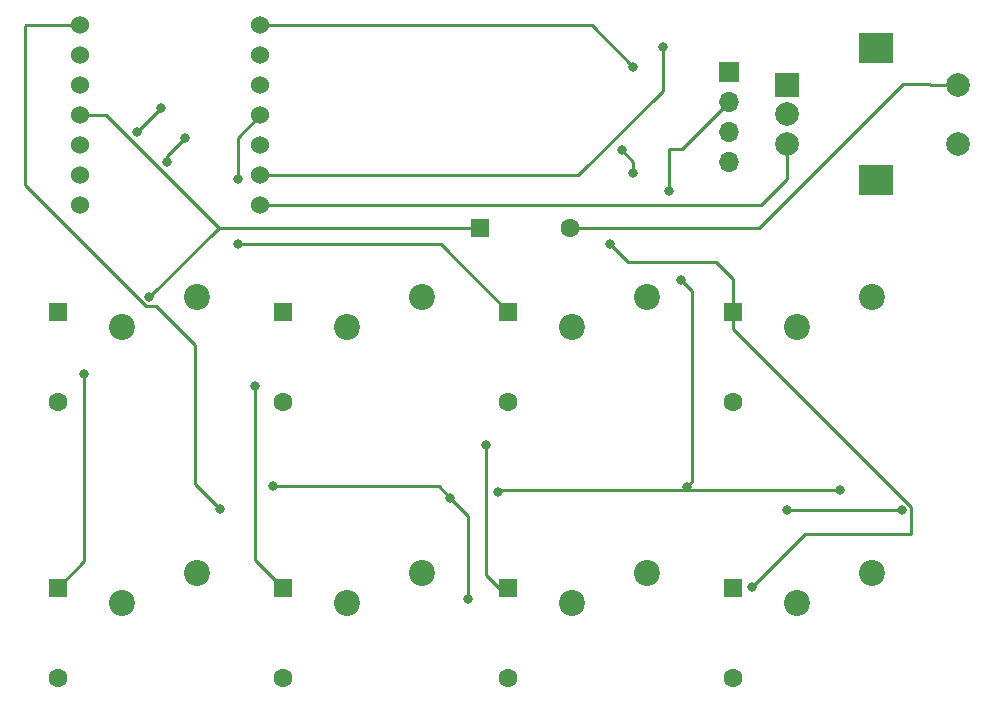
<source format=gbr>
%TF.GenerationSoftware,KiCad,Pcbnew,9.0.6*%
%TF.CreationDate,2025-12-17T11:58:43+01:00*%
%TF.ProjectId,HackPad,4861636b-5061-4642-9e6b-696361645f70,rev?*%
%TF.SameCoordinates,Original*%
%TF.FileFunction,Copper,L2,Bot*%
%TF.FilePolarity,Positive*%
%FSLAX46Y46*%
G04 Gerber Fmt 4.6, Leading zero omitted, Abs format (unit mm)*
G04 Created by KiCad (PCBNEW 9.0.6) date 2025-12-17 11:58:43*
%MOMM*%
%LPD*%
G01*
G04 APERTURE LIST*
G04 Aperture macros list*
%AMRoundRect*
0 Rectangle with rounded corners*
0 $1 Rounding radius*
0 $2 $3 $4 $5 $6 $7 $8 $9 X,Y pos of 4 corners*
0 Add a 4 corners polygon primitive as box body*
4,1,4,$2,$3,$4,$5,$6,$7,$8,$9,$2,$3,0*
0 Add four circle primitives for the rounded corners*
1,1,$1+$1,$2,$3*
1,1,$1+$1,$4,$5*
1,1,$1+$1,$6,$7*
1,1,$1+$1,$8,$9*
0 Add four rect primitives between the rounded corners*
20,1,$1+$1,$2,$3,$4,$5,0*
20,1,$1+$1,$4,$5,$6,$7,0*
20,1,$1+$1,$6,$7,$8,$9,0*
20,1,$1+$1,$8,$9,$2,$3,0*%
G04 Aperture macros list end*
%TA.AperFunction,ComponentPad*%
%ADD10C,2.200000*%
%TD*%
%TA.AperFunction,ComponentPad*%
%ADD11R,1.700000X1.700000*%
%TD*%
%TA.AperFunction,ComponentPad*%
%ADD12O,1.700000X1.700000*%
%TD*%
%TA.AperFunction,ComponentPad*%
%ADD13R,2.000000X2.000000*%
%TD*%
%TA.AperFunction,ComponentPad*%
%ADD14C,2.000000*%
%TD*%
%TA.AperFunction,ComponentPad*%
%ADD15R,3.000000X2.500000*%
%TD*%
%TA.AperFunction,ComponentPad*%
%ADD16C,1.524000*%
%TD*%
%TA.AperFunction,ComponentPad*%
%ADD17RoundRect,0.250000X-0.550000X0.550000X-0.550000X-0.550000X0.550000X-0.550000X0.550000X0.550000X0*%
%TD*%
%TA.AperFunction,ComponentPad*%
%ADD18C,1.600000*%
%TD*%
%TA.AperFunction,ComponentPad*%
%ADD19RoundRect,0.250000X-0.550000X-0.550000X0.550000X-0.550000X0.550000X0.550000X-0.550000X0.550000X0*%
%TD*%
%TA.AperFunction,ViaPad*%
%ADD20C,0.800000*%
%TD*%
%TA.AperFunction,Conductor*%
%ADD21C,0.250000*%
%TD*%
G04 APERTURE END LIST*
D10*
%TO.P,SW A3,1,1*%
%TO.N,SW A*%
X154622500Y-93936250D03*
%TO.P,SW A3,2,2*%
%TO.N,Net-(D11-A)*%
X148272500Y-96476250D03*
%TD*%
%TO.P,SW A2,1,1*%
%TO.N,SW A*%
X135572500Y-93936250D03*
%TO.P,SW A2,2,2*%
%TO.N,Net-(D10-A)*%
X129222500Y-96476250D03*
%TD*%
%TO.P,SW B1,1,1*%
%TO.N,SW B*%
X116522500Y-117316250D03*
%TO.P,SW B1,2,2*%
%TO.N,Net-(D13-A)*%
X110172500Y-119856250D03*
%TD*%
%TO.P,SW B2,1,1*%
%TO.N,SW B*%
X135572500Y-117316250D03*
%TO.P,SW B2,2,2*%
%TO.N,Net-(D14-A)*%
X129222500Y-119856250D03*
%TD*%
D11*
%TO.P,U2,1,GND*%
%TO.N,GND*%
X161615000Y-74886250D03*
D12*
%TO.P,U2,2,VCC*%
%TO.N,+5V*%
X161615000Y-77426250D03*
%TO.P,U2,3,SCL*%
%TO.N,SDA*%
X161615000Y-79966250D03*
%TO.P,U2,4,SDA*%
%TO.N,SCL*%
X161615000Y-82506250D03*
%TD*%
D13*
%TO.P,SW9,A,A*%
%TO.N,DIAL A*%
X166500000Y-76000000D03*
D14*
%TO.P,SW9,B,B*%
%TO.N,DIAL B*%
X166500000Y-81000000D03*
%TO.P,SW9,C,C*%
%TO.N,GND*%
X166500000Y-78500000D03*
D15*
%TO.P,SW9,MP*%
%TO.N,N/C*%
X174000000Y-72900000D03*
X174000000Y-84100000D03*
D14*
%TO.P,SW9,S1,S1*%
%TO.N,DIAL S1*%
X181000000Y-76000000D03*
%TO.P,SW9,S2,S2*%
%TO.N,GND*%
X181000000Y-81000000D03*
%TD*%
D10*
%TO.P,SW A1,1,1*%
%TO.N,SW A*%
X116522500Y-93936250D03*
%TO.P,SW A1,2,2*%
%TO.N,Net-(D9-A)*%
X110172500Y-96476250D03*
%TD*%
D16*
%TO.P,U1,1,GPIO26/ADC0/A0*%
%TO.N,LEDs*%
X106680000Y-70961250D03*
%TO.P,U1,2,GPIO27/ADC1/A1*%
%TO.N,SW A*%
X106680000Y-73501250D03*
%TO.P,U1,3,GPIO28/ADC2/A2*%
%TO.N,SW B*%
X106680000Y-76041250D03*
%TO.P,U1,4,GPIO29/ADC3/A3*%
%TO.N,SW 1*%
X106680000Y-78581250D03*
%TO.P,U1,5,GPIO6/SDA*%
%TO.N,SDA*%
X106680000Y-81121250D03*
%TO.P,U1,6,GPIO7/SCL*%
%TO.N,SCL*%
X106680000Y-83661250D03*
%TO.P,U1,7,GPIO0/TX*%
%TO.N,SW 2*%
X106680000Y-86201250D03*
%TO.P,U1,8,GPIO1/RX*%
%TO.N,DIAL B*%
X121920000Y-86201250D03*
%TO.P,U1,9,GPIO2/SCK*%
%TO.N,DIAL A*%
X121920000Y-83661250D03*
%TO.P,U1,10,GPIO4/MISO*%
%TO.N,SW 4*%
X121920000Y-81121250D03*
%TO.P,U1,11,GPIO3/MOSI*%
%TO.N,SW 3*%
X121920000Y-78581250D03*
%TO.P,U1,12,3V3*%
%TO.N,unconnected-(U1-3V3-Pad12)*%
X121920000Y-76041250D03*
%TO.P,U1,13,GND*%
%TO.N,GND*%
X121920000Y-73501250D03*
%TO.P,U1,14,VBUS*%
%TO.N,+5V*%
X121920000Y-70961250D03*
%TD*%
D10*
%TO.P,SW A4,1,1*%
%TO.N,SW A*%
X173672500Y-93936250D03*
%TO.P,SW A4,2,2*%
%TO.N,Net-(D12-A)*%
X167322500Y-96476250D03*
%TD*%
%TO.P,SW B3,1,1*%
%TO.N,SW B*%
X154622500Y-117316250D03*
%TO.P,SW B3,2,2*%
%TO.N,Net-(D15-A)*%
X148272500Y-119856250D03*
%TD*%
%TO.P,SW B4,1,1*%
%TO.N,SW B*%
X173672500Y-117316250D03*
%TO.P,SW B4,2,2*%
%TO.N,Net-(D16-A)*%
X167322500Y-119856250D03*
%TD*%
D17*
%TO.P,D15,1,K*%
%TO.N,SW 3*%
X142875000Y-118586250D03*
D18*
%TO.P,D15,2,A*%
%TO.N,Net-(D15-A)*%
X142875000Y-126206250D03*
%TD*%
D17*
%TO.P,D9,1,K*%
%TO.N,SW 1*%
X104775000Y-95206250D03*
D18*
%TO.P,D9,2,A*%
%TO.N,Net-(D9-A)*%
X104775000Y-102826250D03*
%TD*%
D17*
%TO.P,D11,1,K*%
%TO.N,SW 3*%
X142875000Y-95206250D03*
D18*
%TO.P,D11,2,A*%
%TO.N,Net-(D11-A)*%
X142875000Y-102826250D03*
%TD*%
D17*
%TO.P,D12,1,K*%
%TO.N,SW 4*%
X161925000Y-95206250D03*
D18*
%TO.P,D12,2,A*%
%TO.N,Net-(D12-A)*%
X161925000Y-102826250D03*
%TD*%
D17*
%TO.P,D16,1,K*%
%TO.N,SW 4*%
X161925000Y-118586250D03*
D18*
%TO.P,D16,2,A*%
%TO.N,Net-(D16-A)*%
X161925000Y-126206250D03*
%TD*%
D17*
%TO.P,D14,1,K*%
%TO.N,SW 2*%
X123825000Y-118586250D03*
D18*
%TO.P,D14,2,A*%
%TO.N,Net-(D14-A)*%
X123825000Y-126206250D03*
%TD*%
D17*
%TO.P,D10,1,K*%
%TO.N,SW 2*%
X123825000Y-95206250D03*
D18*
%TO.P,D10,2,A*%
%TO.N,Net-(D10-A)*%
X123825000Y-102826250D03*
%TD*%
D19*
%TO.P,D17,1,K*%
%TO.N,SW 1*%
X140493750Y-88106250D03*
D18*
%TO.P,D17,2,A*%
%TO.N,DIAL S1*%
X148113750Y-88106250D03*
%TD*%
D17*
%TO.P,D13,1,K*%
%TO.N,SW 1*%
X104775000Y-118586250D03*
D18*
%TO.P,D13,2,A*%
%TO.N,Net-(D13-A)*%
X104775000Y-126206250D03*
%TD*%
D20*
%TO.N,+5V*%
X156500000Y-85000000D03*
X139500000Y-119500000D03*
X157500000Y-92500000D03*
X153500000Y-74500000D03*
X138000000Y-111000000D03*
X123000000Y-110000000D03*
X171000000Y-110275000D03*
X142000000Y-110500000D03*
X158000000Y-110021500D03*
%TO.N,LEDs*%
X118500000Y-111944750D03*
%TO.N,GND*%
X176225000Y-112000000D03*
X166500000Y-112000000D03*
%TO.N,SW 1*%
X112500000Y-94000000D03*
X107000000Y-100500000D03*
%TO.N,SW 2*%
X121500000Y-101500000D03*
%TO.N,SW 3*%
X141000000Y-106500000D03*
X120000000Y-89500000D03*
X120000000Y-84000000D03*
%TO.N,SW 4*%
X151500000Y-89500000D03*
X152500000Y-81500000D03*
X163500000Y-118500000D03*
X153500000Y-83500000D03*
%TO.N,DIAL A*%
X156000000Y-72776250D03*
%TO.N,SDA*%
X113500000Y-78000000D03*
X111500000Y-80000000D03*
%TO.N,SCL*%
X114000000Y-82500000D03*
X115500000Y-80500000D03*
%TD*%
D21*
%TO.N,+5V*%
X158500000Y-109521500D02*
X158000000Y-110021500D01*
X142225000Y-110275000D02*
X142000000Y-110500000D01*
X156500000Y-81416250D02*
X156500000Y-85000000D01*
X159500000Y-110275000D02*
X142225000Y-110275000D01*
X158253500Y-110275000D02*
X158000000Y-110021500D01*
X157500000Y-92500000D02*
X158500000Y-93500000D01*
X138000000Y-111000000D02*
X137000000Y-110000000D01*
X156500000Y-81416250D02*
X157625000Y-81416250D01*
X139500000Y-112500000D02*
X138000000Y-111000000D01*
X159500000Y-110275000D02*
X158253500Y-110275000D01*
X171000000Y-110275000D02*
X159500000Y-110275000D01*
X139500000Y-119500000D02*
X139500000Y-112500000D01*
X137000000Y-110000000D02*
X123000000Y-110000000D01*
X149961250Y-70961250D02*
X121920000Y-70961250D01*
X158500000Y-93500000D02*
X158500000Y-109521500D01*
X153500000Y-74500000D02*
X149961250Y-70961250D01*
X157625000Y-81416250D02*
X161615000Y-77426250D01*
%TO.N,LEDs*%
X116358500Y-98032079D02*
X113052421Y-94726000D01*
X116358500Y-109803250D02*
X116358500Y-98032079D01*
X102000000Y-71000000D02*
X102038750Y-70961250D01*
X102000000Y-84526720D02*
X102000000Y-71000000D01*
X118500000Y-111944750D02*
X116358500Y-109803250D01*
X112199280Y-94726000D02*
X102000000Y-84526720D01*
X102038750Y-70961250D02*
X106680000Y-70961250D01*
X113052421Y-94726000D02*
X112199280Y-94726000D01*
%TO.N,GND*%
X176225000Y-112000000D02*
X166500000Y-112000000D01*
%TO.N,SW 1*%
X118393750Y-88106250D02*
X140493750Y-88106250D01*
X112500000Y-94000000D02*
X118393750Y-88106250D01*
X118393750Y-88106250D02*
X108868750Y-78581250D01*
X108868750Y-78581250D02*
X106680000Y-78581250D01*
X107000000Y-116361250D02*
X104775000Y-118586250D01*
X107000000Y-100500000D02*
X107000000Y-116361250D01*
%TO.N,SW 2*%
X121500000Y-101500000D02*
X121500000Y-116261250D01*
X121500000Y-116261250D02*
X123825000Y-118586250D01*
%TO.N,SW 3*%
X142875000Y-95206250D02*
X137168750Y-89500000D01*
X142086250Y-118586250D02*
X142875000Y-118586250D01*
X137168750Y-89500000D02*
X120000000Y-89500000D01*
X141000000Y-117500000D02*
X142086250Y-118586250D01*
X141000000Y-106500000D02*
X141000000Y-117500000D01*
X120000000Y-84000000D02*
X120000000Y-80501250D01*
X120000000Y-80501250D02*
X121920000Y-78581250D01*
%TO.N,SW 4*%
X153500000Y-82500000D02*
X152500000Y-81500000D01*
X153000000Y-91000000D02*
X151500000Y-89500000D01*
X153500000Y-83500000D02*
X153500000Y-82500000D01*
X168000000Y-114000000D02*
X177000000Y-114000000D01*
X177000000Y-114000000D02*
X177000000Y-111748280D01*
X177000000Y-111748280D02*
X161925000Y-96673280D01*
X163500000Y-118500000D02*
X168000000Y-114000000D01*
X161925000Y-92425000D02*
X160500000Y-91000000D01*
X161925000Y-95206250D02*
X161925000Y-92425000D01*
X161925000Y-96673280D02*
X161925000Y-95206250D01*
X160500000Y-91000000D02*
X153000000Y-91000000D01*
%TO.N,DIAL S1*%
X164148000Y-88106250D02*
X176291750Y-75962500D01*
X176291750Y-75962500D02*
X178593750Y-75962500D01*
X178631250Y-76000000D02*
X181000000Y-76000000D01*
X148113750Y-88106250D02*
X164148000Y-88106250D01*
X178593750Y-75962500D02*
X178631250Y-76000000D01*
%TO.N,DIAL B*%
X164298750Y-86201250D02*
X121920000Y-86201250D01*
X166500000Y-81000000D02*
X166500000Y-84000000D01*
X166500000Y-84000000D02*
X164298750Y-86201250D01*
%TO.N,DIAL A*%
X156000000Y-72776250D02*
X156000000Y-76500000D01*
X156000000Y-76500000D02*
X148838750Y-83661250D01*
X148838750Y-83661250D02*
X121920000Y-83661250D01*
%TO.N,SDA*%
X113500000Y-78000000D02*
X111500000Y-80000000D01*
%TO.N,SCL*%
X114000000Y-82000000D02*
X114000000Y-82500000D01*
X115500000Y-80500000D02*
X114000000Y-82000000D01*
%TD*%
M02*

</source>
